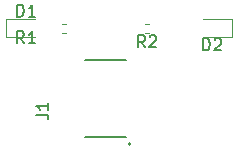
<source format=gbr>
%TF.GenerationSoftware,KiCad,Pcbnew,8.0.5*%
%TF.CreationDate,2024-11-27T14:25:03+01:00*%
%TF.ProjectId,PCB_TOF_droit,5043425f-544f-4465-9f64-726f69742e6b,rev?*%
%TF.SameCoordinates,Original*%
%TF.FileFunction,Legend,Top*%
%TF.FilePolarity,Positive*%
%FSLAX46Y46*%
G04 Gerber Fmt 4.6, Leading zero omitted, Abs format (unit mm)*
G04 Created by KiCad (PCBNEW 8.0.5) date 2024-11-27 14:25:03*
%MOMM*%
%LPD*%
G01*
G04 APERTURE LIST*
%ADD10C,0.150000*%
%ADD11C,0.120000*%
%ADD12C,0.200000*%
G04 APERTURE END LIST*
D10*
X153793333Y-80394819D02*
X153460000Y-79918628D01*
X153221905Y-80394819D02*
X153221905Y-79394819D01*
X153221905Y-79394819D02*
X153602857Y-79394819D01*
X153602857Y-79394819D02*
X153698095Y-79442438D01*
X153698095Y-79442438D02*
X153745714Y-79490057D01*
X153745714Y-79490057D02*
X153793333Y-79585295D01*
X153793333Y-79585295D02*
X153793333Y-79728152D01*
X153793333Y-79728152D02*
X153745714Y-79823390D01*
X153745714Y-79823390D02*
X153698095Y-79871009D01*
X153698095Y-79871009D02*
X153602857Y-79918628D01*
X153602857Y-79918628D02*
X153221905Y-79918628D01*
X154745714Y-80394819D02*
X154174286Y-80394819D01*
X154460000Y-80394819D02*
X154460000Y-79394819D01*
X154460000Y-79394819D02*
X154364762Y-79537676D01*
X154364762Y-79537676D02*
X154269524Y-79632914D01*
X154269524Y-79632914D02*
X154174286Y-79680533D01*
X164043333Y-80734819D02*
X163710000Y-80258628D01*
X163471905Y-80734819D02*
X163471905Y-79734819D01*
X163471905Y-79734819D02*
X163852857Y-79734819D01*
X163852857Y-79734819D02*
X163948095Y-79782438D01*
X163948095Y-79782438D02*
X163995714Y-79830057D01*
X163995714Y-79830057D02*
X164043333Y-79925295D01*
X164043333Y-79925295D02*
X164043333Y-80068152D01*
X164043333Y-80068152D02*
X163995714Y-80163390D01*
X163995714Y-80163390D02*
X163948095Y-80211009D01*
X163948095Y-80211009D02*
X163852857Y-80258628D01*
X163852857Y-80258628D02*
X163471905Y-80258628D01*
X164424286Y-79830057D02*
X164471905Y-79782438D01*
X164471905Y-79782438D02*
X164567143Y-79734819D01*
X164567143Y-79734819D02*
X164805238Y-79734819D01*
X164805238Y-79734819D02*
X164900476Y-79782438D01*
X164900476Y-79782438D02*
X164948095Y-79830057D01*
X164948095Y-79830057D02*
X164995714Y-79925295D01*
X164995714Y-79925295D02*
X164995714Y-80020533D01*
X164995714Y-80020533D02*
X164948095Y-80163390D01*
X164948095Y-80163390D02*
X164376667Y-80734819D01*
X164376667Y-80734819D02*
X164995714Y-80734819D01*
X168971905Y-80994819D02*
X168971905Y-79994819D01*
X168971905Y-79994819D02*
X169210000Y-79994819D01*
X169210000Y-79994819D02*
X169352857Y-80042438D01*
X169352857Y-80042438D02*
X169448095Y-80137676D01*
X169448095Y-80137676D02*
X169495714Y-80232914D01*
X169495714Y-80232914D02*
X169543333Y-80423390D01*
X169543333Y-80423390D02*
X169543333Y-80566247D01*
X169543333Y-80566247D02*
X169495714Y-80756723D01*
X169495714Y-80756723D02*
X169448095Y-80851961D01*
X169448095Y-80851961D02*
X169352857Y-80947200D01*
X169352857Y-80947200D02*
X169210000Y-80994819D01*
X169210000Y-80994819D02*
X168971905Y-80994819D01*
X169924286Y-80090057D02*
X169971905Y-80042438D01*
X169971905Y-80042438D02*
X170067143Y-79994819D01*
X170067143Y-79994819D02*
X170305238Y-79994819D01*
X170305238Y-79994819D02*
X170400476Y-80042438D01*
X170400476Y-80042438D02*
X170448095Y-80090057D01*
X170448095Y-80090057D02*
X170495714Y-80185295D01*
X170495714Y-80185295D02*
X170495714Y-80280533D01*
X170495714Y-80280533D02*
X170448095Y-80423390D01*
X170448095Y-80423390D02*
X169876667Y-80994819D01*
X169876667Y-80994819D02*
X170495714Y-80994819D01*
X154849819Y-86443333D02*
X155564104Y-86443333D01*
X155564104Y-86443333D02*
X155706961Y-86490952D01*
X155706961Y-86490952D02*
X155802200Y-86586190D01*
X155802200Y-86586190D02*
X155849819Y-86729047D01*
X155849819Y-86729047D02*
X155849819Y-86824285D01*
X155849819Y-85443333D02*
X155849819Y-86014761D01*
X155849819Y-85729047D02*
X154849819Y-85729047D01*
X154849819Y-85729047D02*
X154992676Y-85824285D01*
X154992676Y-85824285D02*
X155087914Y-85919523D01*
X155087914Y-85919523D02*
X155135533Y-86014761D01*
X153221905Y-78134819D02*
X153221905Y-77134819D01*
X153221905Y-77134819D02*
X153460000Y-77134819D01*
X153460000Y-77134819D02*
X153602857Y-77182438D01*
X153602857Y-77182438D02*
X153698095Y-77277676D01*
X153698095Y-77277676D02*
X153745714Y-77372914D01*
X153745714Y-77372914D02*
X153793333Y-77563390D01*
X153793333Y-77563390D02*
X153793333Y-77706247D01*
X153793333Y-77706247D02*
X153745714Y-77896723D01*
X153745714Y-77896723D02*
X153698095Y-77991961D01*
X153698095Y-77991961D02*
X153602857Y-78087200D01*
X153602857Y-78087200D02*
X153460000Y-78134819D01*
X153460000Y-78134819D02*
X153221905Y-78134819D01*
X154745714Y-78134819D02*
X154174286Y-78134819D01*
X154460000Y-78134819D02*
X154460000Y-77134819D01*
X154460000Y-77134819D02*
X154364762Y-77277676D01*
X154364762Y-77277676D02*
X154269524Y-77372914D01*
X154269524Y-77372914D02*
X154174286Y-77420533D01*
D11*
%TO.C,R1*%
X157042379Y-78730000D02*
X157377621Y-78730000D01*
X157042379Y-79490000D02*
X157377621Y-79490000D01*
%TO.C,R2*%
X164377621Y-78730000D02*
X164042379Y-78730000D01*
X164377621Y-79490000D02*
X164042379Y-79490000D01*
%TO.C,D2*%
X168910000Y-79845000D02*
X171370000Y-79845000D01*
X171370000Y-78375000D02*
X168910000Y-78375000D01*
X171370000Y-79845000D02*
X171370000Y-78375000D01*
D12*
%TO.C,J1*%
X158995000Y-81850000D02*
X158995000Y-81850000D01*
X158995000Y-81850000D02*
X162425000Y-81850000D01*
X158995000Y-88370000D02*
X158995000Y-88370000D01*
X162425000Y-81850000D02*
X162425000Y-81850000D01*
X162425000Y-88370000D02*
X158995000Y-88370000D01*
X162425000Y-88370000D02*
X162425000Y-88370000D01*
X162845000Y-88935000D02*
G75*
G02*
X162645000Y-88935000I-100000J0D01*
G01*
X162645000Y-88935000D02*
G75*
G02*
X162845000Y-88935000I100000J0D01*
G01*
D11*
%TO.C,D1*%
X152300000Y-78375000D02*
X152300000Y-79845000D01*
X152300000Y-79845000D02*
X154760000Y-79845000D01*
X154760000Y-78375000D02*
X152300000Y-78375000D01*
%TD*%
M02*

</source>
